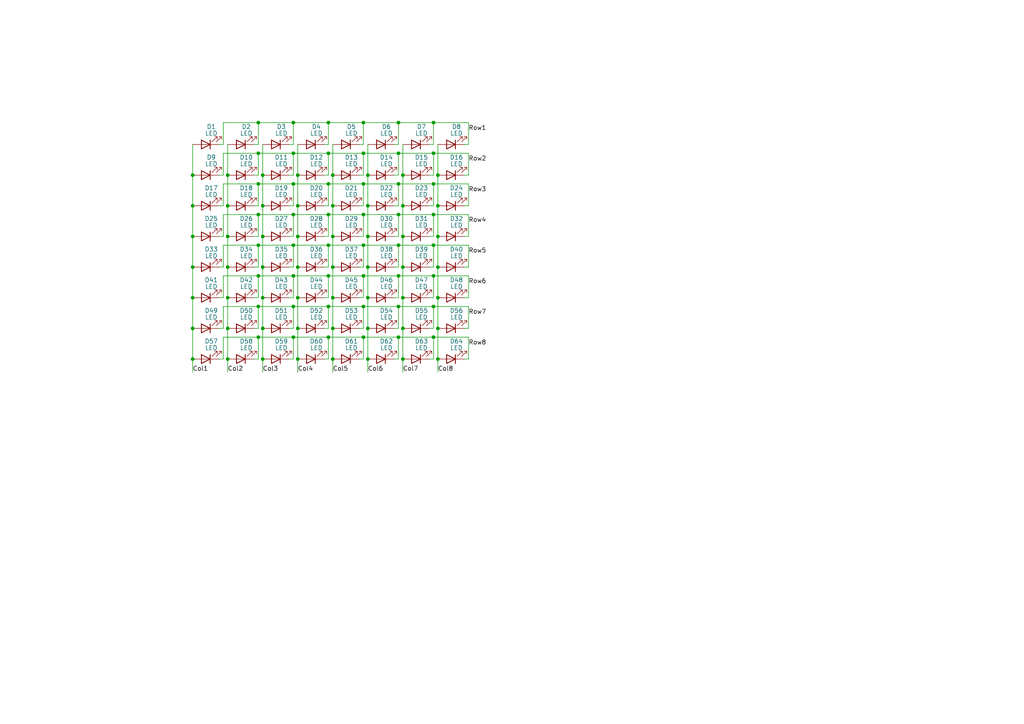
<source format=kicad_sch>
(kicad_sch (version 20231120) (generator "eeschema") (generator_version "8.0")
  (paper "A4")
  (lib_symbols
    (symbol "Device:LED" (pin_numbers hide) (pin_names (offset 1.016) hide)
      (property "Reference" "D" (at 0 2.54 0))
      (property "Value" "LED" (at 0 -2.54 0))
      (symbol "LED_0_1"
        (polyline (pts (xy -1.27 -1.27) (xy -1.27 1.27)) (stroke (width 0.254)))
        (polyline (pts (xy -1.27 0) (xy 1.27 0)))
        (polyline (pts (xy 1.27 -1.27) (xy 1.27 1.27) (xy -1.27 0) (xy 1.27 -1.27)) (stroke (width 0.254)))
        (polyline (pts (xy -3.048 -0.762) (xy -4.572 -2.286) (xy -3.81 -2.286) (xy -4.572 -2.286) (xy -4.572 -1.524)))
        (polyline (pts (xy -1.778 -0.762) (xy -3.302 -2.286) (xy -2.54 -2.286) (xy -3.302 -2.286) (xy -3.302 -1.524)))
      )
      (symbol "LED_1_1"
        (pin passive line (at -3.81 0 0) (length 2.54) (name "K") (number "1"))
        (pin passive line (at 3.81 0 180) (length 2.54) (name "A") (number "2"))
      )
    )
  )
  (junction (at 106.68 50.8))
  (junction (at 96.52 50.8))
  (junction (at 74.93 80.01))
  (junction (at 125.73 88.9))
  (junction (at 96.52 104.14))
  (junction (at 85.09 80.01))
  (junction (at 115.57 35.56))
  (junction (at 116.84 77.47))
  (junction (at 74.93 35.56))
  (junction (at 96.52 77.47))
  (junction (at 127 86.36))
  (junction (at 86.36 50.8))
  (junction (at 95.25 44.45))
  (junction (at 125.73 44.45))
  (junction (at 115.57 88.9))
  (junction (at 86.36 77.47))
  (junction (at 95.25 88.9))
  (junction (at 125.73 35.56))
  (junction (at 86.36 95.25))
  (junction (at 105.41 71.12))
  (junction (at 95.25 71.12))
  (junction (at 116.84 68.58))
  (junction (at 127 104.14))
  (junction (at 96.52 59.69))
  (junction (at 76.2 104.14))
  (junction (at 115.57 62.23))
  (junction (at 85.09 71.12))
  (junction (at 76.2 59.69))
  (junction (at 85.09 35.56))
  (junction (at 115.57 80.01))
  (junction (at 115.57 53.34))
  (junction (at 106.68 77.47))
  (junction (at 66.04 86.36))
  (junction (at 115.57 71.12))
  (junction (at 115.57 97.79))
  (junction (at 127 59.69))
  (junction (at 66.04 77.47))
  (junction (at 105.41 80.01))
  (junction (at 66.04 59.69))
  (junction (at 66.04 68.58))
  (junction (at 76.2 95.25))
  (junction (at 76.2 50.8))
  (junction (at 55.88 95.25))
  (junction (at 116.84 59.69))
  (junction (at 105.41 62.23))
  (junction (at 106.68 68.58))
  (junction (at 116.84 95.25))
  (junction (at 55.88 68.58))
  (junction (at 85.09 97.79))
  (junction (at 74.93 97.79))
  (junction (at 66.04 104.14))
  (junction (at 96.52 95.25))
  (junction (at 86.36 86.36))
  (junction (at 106.68 59.69))
  (junction (at 96.52 86.36))
  (junction (at 86.36 59.69))
  (junction (at 95.25 97.79))
  (junction (at 116.84 86.36))
  (junction (at 105.41 97.79))
  (junction (at 55.88 77.47))
  (junction (at 125.73 97.79))
  (junction (at 86.36 68.58))
  (junction (at 115.57 44.45))
  (junction (at 125.73 53.34))
  (junction (at 125.73 62.23))
  (junction (at 95.25 62.23))
  (junction (at 85.09 44.45))
  (junction (at 74.93 53.34))
  (junction (at 116.84 104.14))
  (junction (at 106.68 86.36))
  (junction (at 95.25 35.56))
  (junction (at 55.88 104.14))
  (junction (at 74.93 88.9))
  (junction (at 106.68 104.14))
  (junction (at 125.73 71.12))
  (junction (at 76.2 68.58))
  (junction (at 66.04 95.25))
  (junction (at 127 50.8))
  (junction (at 55.88 59.69))
  (junction (at 85.09 62.23))
  (junction (at 106.68 95.25))
  (junction (at 127 68.58))
  (junction (at 55.88 50.8))
  (junction (at 76.2 77.47))
  (junction (at 95.25 80.01))
  (junction (at 86.36 104.14))
  (junction (at 105.41 53.34))
  (junction (at 74.93 62.23))
  (junction (at 95.25 53.34))
  (junction (at 125.73 80.01))
  (junction (at 127 95.25))
  (junction (at 74.93 44.45))
  (junction (at 74.93 71.12))
  (junction (at 96.52 68.58))
  (junction (at 85.09 53.34))
  (junction (at 66.04 50.8))
  (junction (at 105.41 35.56))
  (junction (at 55.88 86.36))
  (junction (at 105.41 44.45))
  (junction (at 85.09 88.9))
  (junction (at 116.84 50.8))
  (junction (at 76.2 86.36))
  (junction (at 127 77.47))
  (junction (at 105.41 88.9))
  (wire (pts (xy 86.36 68.58) (xy 86.36 77.47)))
  (wire (pts (xy 127 68.58) (xy 127 77.47)))
  (wire (pts (xy 64.77 44.45) (xy 74.93 44.45)))
  (wire (pts (xy 115.57 41.91) (xy 114.3 41.91)))
  (wire (pts (xy 95.25 97.79) (xy 95.25 104.14)))
  (wire (pts (xy 105.41 41.91) (xy 104.14 41.91)))
  (wire (pts (xy 55.88 95.25) (xy 55.88 104.14)))
  (wire (pts (xy 66.04 86.36) (xy 66.04 95.25)))
  (wire (pts (xy 115.57 68.58) (xy 114.3 68.58)))
  (wire (pts (xy 96.52 86.36) (xy 96.52 95.25)))
  (wire (pts (xy 74.93 80.01) (xy 74.93 86.36)))
  (wire (pts (xy 106.68 59.69) (xy 106.68 68.58)))
  (wire (pts (xy 115.57 71.12) (xy 125.73 71.12)))
  (wire (pts (xy 85.09 62.23) (xy 95.25 62.23)))
  (wire (pts (xy 134.62 86.36) (xy 135.89 86.36)))
  (wire (pts (xy 64.77 68.58) (xy 64.77 62.23)))
  (wire (pts (xy 105.41 97.79) (xy 105.41 104.14)))
  (wire (pts (xy 105.41 104.14) (xy 104.14 104.14)))
  (wire (pts (xy 105.41 50.8) (xy 104.14 50.8)))
  (wire (pts (xy 55.88 104.14) (xy 55.88 107.95)))
  (wire (pts (xy 115.57 97.79) (xy 125.73 97.79)))
  (wire (pts (xy 74.93 53.34) (xy 74.93 59.69)))
  (wire (pts (xy 105.41 77.47) (xy 104.14 77.47)))
  (wire (pts (xy 105.41 59.69) (xy 104.14 59.69)))
  (wire (pts (xy 135.89 80.01) (xy 135.89 86.36)))
  (wire (pts (xy 86.36 59.69) (xy 86.36 68.58)))
  (wire (pts (xy 74.93 62.23) (xy 85.09 62.23)))
  (wire (pts (xy 86.36 86.36) (xy 86.36 95.25)))
  (wire (pts (xy 95.25 41.91) (xy 93.98 41.91)))
  (wire (pts (xy 63.5 59.69) (xy 64.77 59.69)))
  (wire (pts (xy 66.04 68.58) (xy 66.04 77.47)))
  (wire (pts (xy 66.04 104.14) (xy 66.04 107.95)))
  (wire (pts (xy 115.57 35.56) (xy 125.73 35.56)))
  (wire (pts (xy 96.52 50.8) (xy 96.52 59.69)))
  (wire (pts (xy 115.57 71.12) (xy 115.57 77.47)))
  (wire (pts (xy 105.41 44.45) (xy 115.57 44.45)))
  (wire (pts (xy 105.41 35.56) (xy 105.41 41.91)))
  (wire (pts (xy 125.73 88.9) (xy 135.89 88.9)))
  (wire (pts (xy 105.41 53.34) (xy 115.57 53.34)))
  (wire (pts (xy 125.73 77.47) (xy 124.46 77.47)))
  (wire (pts (xy 86.36 104.14) (xy 86.36 107.95)))
  (wire (pts (xy 115.57 62.23) (xy 125.73 62.23)))
  (wire (pts (xy 95.25 80.01) (xy 95.25 86.36)))
  (wire (pts (xy 115.57 44.45) (xy 115.57 50.8)))
  (wire (pts (xy 85.09 59.69) (xy 83.82 59.69)))
  (wire (pts (xy 76.2 41.91) (xy 76.2 50.8)))
  (wire (pts (xy 116.84 77.47) (xy 116.84 86.36)))
  (wire (pts (xy 125.73 104.14) (xy 124.46 104.14)))
  (wire (pts (xy 96.52 68.58) (xy 96.52 77.47)))
  (wire (pts (xy 64.77 59.69) (xy 64.77 53.34)))
  (wire (pts (xy 116.84 95.25) (xy 116.84 104.14)))
  (wire (pts (xy 74.93 53.34) (xy 85.09 53.34)))
  (wire (pts (xy 106.68 68.58) (xy 106.68 77.47)))
  (wire (pts (xy 115.57 88.9) (xy 115.57 95.25)))
  (wire (pts (xy 106.68 104.14) (xy 106.68 107.95)))
  (wire (pts (xy 116.84 41.91) (xy 116.84 50.8)))
  (wire (pts (xy 125.73 62.23) (xy 125.73 68.58)))
  (wire (pts (xy 95.25 50.8) (xy 93.98 50.8)))
  (wire (pts (xy 96.52 95.25) (xy 96.52 104.14)))
  (wire (pts (xy 85.09 41.91) (xy 83.82 41.91)))
  (wire (pts (xy 125.73 71.12) (xy 125.73 77.47)))
  (wire (pts (xy 73.66 86.36) (xy 74.93 86.36)))
  (wire (pts (xy 125.73 41.91) (xy 124.46 41.91)))
  (wire (pts (xy 76.2 59.69) (xy 76.2 68.58)))
  (wire (pts (xy 73.66 104.14) (xy 74.93 104.14)))
  (wire (pts (xy 85.09 35.56) (xy 95.25 35.56)))
  (wire (pts (xy 95.25 80.01) (xy 105.41 80.01)))
  (wire (pts (xy 85.09 97.79) (xy 85.09 104.14)))
  (wire (pts (xy 85.09 88.9) (xy 95.25 88.9)))
  (wire (pts (xy 64.77 86.36) (xy 64.77 80.01)))
  (wire (pts (xy 85.09 50.8) (xy 83.82 50.8)))
  (wire (pts (xy 105.41 53.34) (xy 105.41 59.69)))
  (wire (pts (xy 95.25 71.12) (xy 105.41 71.12)))
  (wire (pts (xy 105.41 95.25) (xy 104.14 95.25)))
  (wire (pts (xy 135.89 88.9) (xy 135.89 95.25)))
  (wire (pts (xy 55.88 86.36) (xy 55.88 95.25)))
  (wire (pts (xy 95.25 53.34) (xy 95.25 59.69)))
  (wire (pts (xy 85.09 62.23) (xy 85.09 68.58)))
  (wire (pts (xy 85.09 86.36) (xy 83.82 86.36)))
  (wire (pts (xy 115.57 80.01) (xy 125.73 80.01)))
  (wire (pts (xy 96.52 77.47) (xy 96.52 86.36)))
  (wire (pts (xy 105.41 71.12) (xy 105.41 77.47)))
  (wire (pts (xy 134.62 50.8) (xy 135.89 50.8)))
  (wire (pts (xy 127 41.91) (xy 127 50.8)))
  (wire (pts (xy 125.73 68.58) (xy 124.46 68.58)))
  (wire (pts (xy 55.88 59.69) (xy 55.88 68.58)))
  (wire (pts (xy 105.41 88.9) (xy 105.41 95.25)))
  (wire (pts (xy 66.04 50.8) (xy 66.04 59.69)))
  (wire (pts (xy 76.2 50.8) (xy 76.2 59.69)))
  (wire (pts (xy 95.25 35.56) (xy 95.25 41.91)))
  (wire (pts (xy 74.93 44.45) (xy 85.09 44.45)))
  (wire (pts (xy 135.89 53.34) (xy 135.89 59.69)))
  (wire (pts (xy 95.25 97.79) (xy 105.41 97.79)))
  (wire (pts (xy 105.41 35.56) (xy 115.57 35.56)))
  (wire (pts (xy 85.09 77.47) (xy 83.82 77.47)))
  (wire (pts (xy 74.93 71.12) (xy 85.09 71.12)))
  (wire (pts (xy 105.41 86.36) (xy 104.14 86.36)))
  (wire (pts (xy 125.73 88.9) (xy 125.73 95.25)))
  (wire (pts (xy 96.52 104.14) (xy 96.52 107.95)))
  (wire (pts (xy 74.93 88.9) (xy 85.09 88.9)))
  (wire (pts (xy 135.89 62.23) (xy 135.89 68.58)))
  (wire (pts (xy 105.41 80.01) (xy 115.57 80.01)))
  (wire (pts (xy 115.57 50.8) (xy 114.3 50.8)))
  (wire (pts (xy 85.09 53.34) (xy 85.09 59.69)))
  (wire (pts (xy 125.73 44.45) (xy 125.73 50.8)))
  (wire (pts (xy 115.57 77.47) (xy 114.3 77.47)))
  (wire (pts (xy 127 59.69) (xy 127 68.58)))
  (wire (pts (xy 116.84 59.69) (xy 116.84 68.58)))
  (wire (pts (xy 76.2 86.36) (xy 76.2 95.25)))
  (wire (pts (xy 116.84 50.8) (xy 116.84 59.69)))
  (wire (pts (xy 76.2 104.14) (xy 76.2 107.95)))
  (wire (pts (xy 85.09 53.34) (xy 95.25 53.34)))
  (wire (pts (xy 95.25 62.23) (xy 95.25 68.58)))
  (wire (pts (xy 134.62 41.91) (xy 135.89 41.91)))
  (wire (pts (xy 135.89 44.45) (xy 135.89 50.8)))
  (wire (pts (xy 134.62 77.47) (xy 135.89 77.47)))
  (wire (pts (xy 134.62 104.14) (xy 135.89 104.14)))
  (wire (pts (xy 63.5 86.36) (xy 64.77 86.36)))
  (wire (pts (xy 106.68 50.8) (xy 106.68 59.69)))
  (wire (pts (xy 105.41 62.23) (xy 115.57 62.23)))
  (wire (pts (xy 127 77.47) (xy 127 86.36)))
  (wire (pts (xy 115.57 97.79) (xy 115.57 104.14)))
  (wire (pts (xy 106.68 77.47) (xy 106.68 86.36)))
  (wire (pts (xy 127 104.14) (xy 127 107.95)))
  (wire (pts (xy 105.41 62.23) (xy 105.41 68.58)))
  (wire (pts (xy 115.57 80.01) (xy 115.57 86.36)))
  (wire (pts (xy 64.77 50.8) (xy 64.77 44.45)))
  (wire (pts (xy 85.09 97.79) (xy 95.25 97.79)))
  (wire (pts (xy 63.5 77.47) (xy 64.77 77.47)))
  (wire (pts (xy 64.77 88.9) (xy 74.93 88.9)))
  (wire (pts (xy 95.25 59.69) (xy 93.98 59.69)))
  (wire (pts (xy 63.5 104.14) (xy 64.77 104.14)))
  (wire (pts (xy 125.73 50.8) (xy 124.46 50.8)))
  (wire (pts (xy 95.25 77.47) (xy 93.98 77.47)))
  (wire (pts (xy 66.04 59.69) (xy 66.04 68.58)))
  (wire (pts (xy 115.57 44.45) (xy 125.73 44.45)))
  (wire (pts (xy 76.2 95.25) (xy 76.2 104.14)))
  (wire (pts (xy 125.73 71.12) (xy 135.89 71.12)))
  (wire (pts (xy 86.36 50.8) (xy 86.36 59.69)))
  (wire (pts (xy 116.84 86.36) (xy 116.84 95.25)))
  (wire (pts (xy 74.93 35.56) (xy 74.93 41.91)))
  (wire (pts (xy 106.68 41.91) (xy 106.68 50.8)))
  (wire (pts (xy 115.57 59.69) (xy 114.3 59.69)))
  (wire (pts (xy 125.73 59.69) (xy 124.46 59.69)))
  (wire (pts (xy 63.5 95.25) (xy 64.77 95.25)))
  (wire (pts (xy 63.5 50.8) (xy 64.77 50.8)))
  (wire (pts (xy 74.93 97.79) (xy 85.09 97.79)))
  (wire (pts (xy 115.57 95.25) (xy 114.3 95.25)))
  (wire (pts (xy 55.88 77.47) (xy 55.88 86.36)))
  (wire (pts (xy 127 50.8) (xy 127 59.69)))
  (wire (pts (xy 125.73 80.01) (xy 125.73 86.36)))
  (wire (pts (xy 125.73 44.45) (xy 135.89 44.45)))
  (wire (pts (xy 73.66 50.8) (xy 74.93 50.8)))
  (wire (pts (xy 95.25 35.56) (xy 105.41 35.56)))
  (wire (pts (xy 127 95.25) (xy 127 104.14)))
  (wire (pts (xy 134.62 59.69) (xy 135.89 59.69)))
  (wire (pts (xy 66.04 95.25) (xy 66.04 104.14)))
  (wire (pts (xy 64.77 53.34) (xy 74.93 53.34)))
  (wire (pts (xy 86.36 41.91) (xy 86.36 50.8)))
  (wire (pts (xy 96.52 41.91) (xy 96.52 50.8)))
  (wire (pts (xy 76.2 68.58) (xy 76.2 77.47)))
  (wire (pts (xy 85.09 80.01) (xy 95.25 80.01)))
  (wire (pts (xy 115.57 35.56) (xy 115.57 41.91)))
  (wire (pts (xy 74.93 88.9) (xy 74.93 95.25)))
  (wire (pts (xy 63.5 68.58) (xy 64.77 68.58)))
  (wire (pts (xy 95.25 104.14) (xy 93.98 104.14)))
  (wire (pts (xy 135.89 97.79) (xy 135.89 104.14)))
  (wire (pts (xy 135.89 35.56) (xy 135.89 41.91)))
  (wire (pts (xy 64.77 97.79) (xy 74.93 97.79)))
  (wire (pts (xy 125.73 35.56) (xy 135.89 35.56)))
  (wire (pts (xy 105.41 44.45) (xy 105.41 50.8)))
  (wire (pts (xy 125.73 97.79) (xy 135.89 97.79)))
  (wire (pts (xy 86.36 95.25) (xy 86.36 104.14)))
  (wire (pts (xy 125.73 62.23) (xy 135.89 62.23)))
  (wire (pts (xy 125.73 53.34) (xy 125.73 59.69)))
  (wire (pts (xy 106.68 95.25) (xy 106.68 104.14)))
  (wire (pts (xy 55.88 41.91) (xy 55.88 50.8)))
  (wire (pts (xy 74.93 35.56) (xy 85.09 35.56)))
  (wire (pts (xy 127 86.36) (xy 127 95.25)))
  (wire (pts (xy 64.77 35.56) (xy 74.93 35.56)))
  (wire (pts (xy 96.52 59.69) (xy 96.52 68.58)))
  (wire (pts (xy 64.77 71.12) (xy 74.93 71.12)))
  (wire (pts (xy 95.25 95.25) (xy 93.98 95.25)))
  (wire (pts (xy 73.66 59.69) (xy 74.93 59.69)))
  (wire (pts (xy 85.09 71.12) (xy 85.09 77.47)))
  (wire (pts (xy 85.09 104.14) (xy 83.82 104.14)))
  (wire (pts (xy 76.2 77.47) (xy 76.2 86.36)))
  (wire (pts (xy 134.62 68.58) (xy 135.89 68.58)))
  (wire (pts (xy 105.41 88.9) (xy 115.57 88.9)))
  (wire (pts (xy 125.73 95.25) (xy 124.46 95.25)))
  (wire (pts (xy 64.77 95.25) (xy 64.77 88.9)))
  (wire (pts (xy 116.84 68.58) (xy 116.84 77.47)))
  (wire (pts (xy 66.04 41.91) (xy 66.04 50.8)))
  (wire (pts (xy 115.57 104.14) (xy 114.3 104.14)))
  (wire (pts (xy 106.68 86.36) (xy 106.68 95.25)))
  (wire (pts (xy 85.09 80.01) (xy 85.09 86.36)))
  (wire (pts (xy 95.25 86.36) (xy 93.98 86.36)))
  (wire (pts (xy 74.93 62.23) (xy 74.93 68.58)))
  (wire (pts (xy 85.09 88.9) (xy 85.09 95.25)))
  (wire (pts (xy 105.41 68.58) (xy 104.14 68.58)))
  (wire (pts (xy 55.88 68.58) (xy 55.88 77.47)))
  (wire (pts (xy 73.66 95.25) (xy 74.93 95.25)))
  (wire (pts (xy 64.77 41.91) (xy 64.77 35.56)))
  (wire (pts (xy 115.57 88.9) (xy 125.73 88.9)))
  (wire (pts (xy 64.77 77.47) (xy 64.77 71.12)))
  (wire (pts (xy 73.66 77.47) (xy 74.93 77.47)))
  (wire (pts (xy 125.73 80.01) (xy 135.89 80.01)))
  (wire (pts (xy 125.73 35.56) (xy 125.73 41.91)))
  (wire (pts (xy 125.73 86.36) (xy 124.46 86.36)))
  (wire (pts (xy 64.77 62.23) (xy 74.93 62.23)))
  (wire (pts (xy 64.77 80.01) (xy 74.93 80.01)))
  (wire (pts (xy 105.41 71.12) (xy 115.57 71.12)))
  (wire (pts (xy 85.09 71.12) (xy 95.25 71.12)))
  (wire (pts (xy 95.25 68.58) (xy 93.98 68.58)))
  (wire (pts (xy 63.5 41.91) (xy 64.77 41.91)))
  (wire (pts (xy 95.25 71.12) (xy 95.25 77.47)))
  (wire (pts (xy 85.09 68.58) (xy 83.82 68.58)))
  (wire (pts (xy 105.41 97.79) (xy 115.57 97.79)))
  (wire (pts (xy 74.93 97.79) (xy 74.93 104.14)))
  (wire (pts (xy 73.66 68.58) (xy 74.93 68.58)))
  (wire (pts (xy 66.04 77.47) (xy 66.04 86.36)))
  (wire (pts (xy 95.25 44.45) (xy 105.41 44.45)))
  (wire (pts (xy 74.93 80.01) (xy 85.09 80.01)))
  (wire (pts (xy 85.09 44.45) (xy 95.25 44.45)))
  (wire (pts (xy 64.77 104.14) (xy 64.77 97.79)))
  (wire (pts (xy 95.25 88.9) (xy 105.41 88.9)))
  (wire (pts (xy 74.93 44.45) (xy 74.93 50.8)))
  (wire (pts (xy 85.09 95.25) (xy 83.82 95.25)))
  (wire (pts (xy 95.25 44.45) (xy 95.25 50.8)))
  (wire (pts (xy 95.25 62.23) (xy 105.41 62.23)))
  (wire (pts (xy 125.73 53.34) (xy 135.89 53.34)))
  (wire (pts (xy 115.57 62.23) (xy 115.57 68.58)))
  (wire (pts (xy 55.88 50.8) (xy 55.88 59.69)))
  (wire (pts (xy 135.89 71.12) (xy 135.89 77.47)))
  (wire (pts (xy 134.62 95.25) (xy 135.89 95.25)))
  (wire (pts (xy 116.84 104.14) (xy 116.84 107.95)))
  (wire (pts (xy 73.66 41.91) (xy 74.93 41.91)))
  (wire (pts (xy 74.93 71.12) (xy 74.93 77.47)))
  (wire (pts (xy 86.36 77.47) (xy 86.36 86.36)))
  (wire (pts (xy 95.25 88.9) (xy 95.25 95.25)))
  (wire (pts (xy 115.57 53.34) (xy 115.57 59.69)))
  (wire (pts (xy 125.73 97.79) (xy 125.73 104.14)))
  (wire (pts (xy 85.09 35.56) (xy 85.09 41.91)))
  (wire (pts (xy 105.41 80.01) (xy 105.41 86.36)))
  (wire (pts (xy 85.09 44.45) (xy 85.09 50.8)))
  (wire (pts (xy 115.57 86.36) (xy 114.3 86.36)))
  (wire (pts (xy 115.57 53.34) (xy 125.73 53.34)))
  (wire (pts (xy 95.25 53.34) (xy 105.41 53.34)))
  (label "Row5" (at 135.89 73.66 0))
  (label "Row8" (at 135.89 100.33 0))
  (label "Col5" (at 96.52 107.95 0))
  (label "Col4" (at 86.36 107.95 0))
  (label "Col2" (at 66.04 107.95 0))
  (label "Col3" (at 76.2 107.95 0))
  (label "Row4" (at 135.89 64.77 0))
  (label "Row1" (at 135.89 38.1 0))
  (label "Row7" (at 135.89 91.44 0))
  (label "Col7" (at 116.84 107.95 0))
  (label "Col1" (at 55.88 107.95 0))
  (label "Col6" (at 106.68 107.95 0))
  (label "Col8" (at 127 107.95 0))
  (label "Row6" (at 135.89 82.55 0))
  (label "Row2" (at 135.89 46.99 0))
  (label "Row3" (at 135.89 55.88 0))
  (symbol (lib_id "Device:LED") (at 120.65 86.36 180) (unit 1)
    (property "Reference" "D47" (at 122.2375 81.1911 0))
    (property "Value" "LED" (at 122.2375 83.1121 0))
    (property "Footprint" "Custom footprints:LED_APG0603SEC-E-TT_KNB - with via" (effects (hide yes)))
    (property "Datasheet" "https://www.mouser.com/datasheet/2/216/APG0603SEC_E_TT-953258.pdf" (effects (hide yes)))
    (property "Manufacturer" "Kingbright " (effects (hide yes)))
    (property "Part" "APG0603SEC-E-TT " (effects (hide yes)))
  )
  (symbol (lib_id "Device:LED") (at 120.65 68.58 180) (unit 1)
    (property "Reference" "D31" (at 122.2375 63.4111 0))
    (property "Value" "LED" (at 122.2375 65.3321 0))
    (property "Footprint" "Custom footprints:LED_APG0603SEC-E-TT_KNB - with via" (effects (hide yes)))
    (property "Datasheet" "https://www.mouser.com/datasheet/2/216/APG0603SEC_E_TT-953258.pdf" (effects (hide yes)))
    (property "Manufacturer" "Kingbright " (effects (hide yes)))
    (property "Part" "APG0603SEC-E-TT " (effects (hide yes)))
  )
  (symbol (lib_id "Device:LED") (at 100.33 86.36 180) (unit 1)
    (property "Reference" "D45" (at 101.9175 81.1911 0))
    (property "Value" "LED" (at 101.9175 83.1121 0))
    (property "Footprint" "Custom footprints:LED_APG0603SEC-E-TT_KNB - with via" (effects (hide yes)))
    (property "Datasheet" "https://www.mouser.com/datasheet/2/216/APG0603SEC_E_TT-953258.pdf" (effects (hide yes)))
    (property "Manufacturer" "Kingbright " (effects (hide yes)))
    (property "Part" "APG0603SEC-E-TT " (effects (hide yes)))
  )
  (symbol (lib_id "Device:LED") (at 100.33 77.47 180) (unit 1)
    (property "Reference" "D37" (at 101.9175 72.3011 0))
    (property "Value" "LED" (at 101.9175 74.2221 0))
    (property "Footprint" "Custom footprints:LED_APG0603SEC-E-TT_KNB - with via" (effects (hide yes)))
    (property "Datasheet" "https://www.mouser.com/datasheet/2/216/APG0603SEC_E_TT-953258.pdf" (effects (hide yes)))
    (property "Manufacturer" "Kingbright " (effects (hide yes)))
    (property "Part" "APG0603SEC-E-TT " (effects (hide yes)))
  )
  (symbol (lib_id "Device:LED") (at 100.33 50.8 180) (unit 1)
    (property "Reference" "D13" (at 101.9175 45.6311 0))
    (property "Value" "LED" (at 101.9175 47.5521 0))
    (property "Footprint" "Custom footprints:LED_APG0603SEC-E-TT_KNB - with via" (effects (hide yes)))
    (property "Datasheet" "https://www.mouser.com/datasheet/2/216/APG0603SEC_E_TT-953258.pdf" (effects (hide yes)))
    (property "Manufacturer" "Kingbright " (effects (hide yes)))
    (property "Part" "APG0603SEC-E-TT " (effects (hide yes)))
  )
  (symbol (lib_id "Device:LED") (at 130.81 104.14 180) (unit 1)
    (property "Reference" "D64" (at 132.3975 98.9711 0))
    (property "Value" "LED" (at 132.3975 100.8921 0))
    (property "Footprint" "Custom footprints:LED_APG0603SEC-E-TT_KNB - with via" (effects (hide yes)))
    (property "Datasheet" "https://www.mouser.com/datasheet/2/216/APG0603SEC_E_TT-953258.pdf" (effects (hide yes)))
    (property "Manufacturer" "Kingbright " (effects (hide yes)))
    (property "Part" "APG0603SEC-E-TT " (effects (hide yes)))
  )
  (symbol (lib_id "Device:LED") (at 59.69 77.47 180) (unit 1)
    (property "Reference" "D33" (at 61.2775 72.3011 0))
    (property "Value" "LED" (at 61.2775 74.2221 0))
    (property "Footprint" "Custom footprints:LED_APG0603SEC-E-TT_KNB - with via" (effects (hide yes)))
    (property "Datasheet" "https://www.mouser.com/datasheet/2/216/APG0603SEC_E_TT-953258.pdf" (effects (hide yes)))
    (property "Manufacturer" "Kingbright " (effects (hide yes)))
    (property "Part" "APG0603SEC-E-TT " (effects (hide yes)))
  )
  (symbol (lib_id "Device:LED") (at 110.49 59.69 180) (unit 1)
    (property "Reference" "D22" (at 112.0775 54.5211 0))
    (property "Value" "LED" (at 112.0775 56.4421 0))
    (property "Footprint" "Custom footprints:LED_APG0603SEC-E-TT_KNB - with via" (effects (hide yes)))
    (property "Datasheet" "https://www.mouser.com/datasheet/2/216/APG0603SEC_E_TT-953258.pdf" (effects (hide yes)))
    (property "Manufacturer" "Kingbright " (effects (hide yes)))
    (property "Part" "APG0603SEC-E-TT " (effects (hide yes)))
  )
  (symbol (lib_id "Device:LED") (at 110.49 68.58 180) (unit 1)
    (property "Reference" "D30" (at 112.0775 63.4111 0))
    (property "Value" "LED" (at 112.0775 65.3321 0))
    (property "Footprint" "Custom footprints:LED_APG0603SEC-E-TT_KNB - with via" (effects (hide yes)))
    (property "Datasheet" "https://www.mouser.com/datasheet/2/216/APG0603SEC_E_TT-953258.pdf" (effects (hide yes)))
    (property "Manufacturer" "Kingbright " (effects (hide yes)))
    (property "Part" "APG0603SEC-E-TT " (effects (hide yes)))
  )
  (symbol (lib_id "Device:LED") (at 120.65 41.91 180) (unit 1)
    (property "Reference" "D7" (at 122.2375 36.7411 0))
    (property "Value" "LED" (at 122.2375 38.6621 0))
    (property "Footprint" "Custom footprints:LED_APG0603SEC-E-TT_KNB - with via" (effects (hide yes)))
    (property "Datasheet" "https://www.mouser.com/datasheet/2/216/APG0603SEC_E_TT-953258.pdf" (effects (hide yes)))
    (property "Manufacturer" "Kingbright " (effects (hide yes)))
    (property "Part" "APG0603SEC-E-TT " (effects (hide yes)))
  )
  (symbol (lib_id "Device:LED") (at 110.49 41.91 180) (unit 1)
    (property "Reference" "D6" (at 112.0775 36.7411 0))
    (property "Value" "LED" (at 112.0775 38.6621 0))
    (property "Footprint" "Custom footprints:LED_APG0603SEC-E-TT_KNB - with via" (effects (hide yes)))
    (property "Datasheet" "https://www.mouser.com/datasheet/2/216/APG0603SEC_E_TT-953258.pdf" (effects (hide yes)))
    (property "Manufacturer" "Kingbright " (effects (hide yes)))
    (property "Part" "APG0603SEC-E-TT " (effects (hide yes)))
  )
  (symbol (lib_id "Device:LED") (at 69.85 68.58 180) (unit 1)
    (property "Reference" "D26" (at 71.4375 63.4111 0))
    (property "Value" "LED" (at 71.4375 65.3321 0))
    (property "Footprint" "Custom footprints:LED_APG0603SEC-E-TT_KNB - with via" (effects (hide yes)))
    (property "Datasheet" "https://www.mouser.com/datasheet/2/216/APG0603SEC_E_TT-953258.pdf" (effects (hide yes)))
    (property "Manufacturer" "Kingbright " (effects (hide yes)))
    (property "Part" "APG0603SEC-E-TT " (effects (hide yes)))
  )
  (symbol (lib_id "Device:LED") (at 90.17 86.36 180) (unit 1)
    (property "Reference" "D44" (at 91.7575 81.1911 0))
    (property "Value" "LED" (at 91.7575 83.1121 0))
    (property "Footprint" "Custom footprints:LED_APG0603SEC-E-TT_KNB - with via" (effects (hide yes)))
    (property "Datasheet" "https://www.mouser.com/datasheet/2/216/APG0603SEC_E_TT-953258.pdf" (effects (hide yes)))
    (property "Manufacturer" "Kingbright " (effects (hide yes)))
    (property "Part" "APG0603SEC-E-TT " (effects (hide yes)))
  )
  (symbol (lib_id "Device:LED") (at 110.49 86.36 180) (unit 1)
    (property "Reference" "D46" (at 112.0775 81.1911 0))
    (property "Value" "LED" (at 112.0775 83.1121 0))
    (property "Footprint" "Custom footprints:LED_APG0603SEC-E-TT_KNB - with via" (effects (hide yes)))
    (property "Datasheet" "https://www.mouser.com/datasheet/2/216/APG0603SEC_E_TT-953258.pdf" (effects (hide yes)))
    (property "Manufacturer" "Kingbright " (effects (hide yes)))
    (property "Part" "APG0603SEC-E-TT " (effects (hide yes)))
  )
  (symbol (lib_id "Device:LED") (at 100.33 59.69 180) (unit 1)
    (property "Reference" "D21" (at 101.9175 54.5211 0))
    (property "Value" "LED" (at 101.9175 56.4421 0))
    (property "Footprint" "Custom footprints:LED_APG0603SEC-E-TT_KNB - with via" (effects (hide yes)))
    (property "Datasheet" "https://www.mouser.com/datasheet/2/216/APG0603SEC_E_TT-953258.pdf" (effects (hide yes)))
    (property "Manufacturer" "Kingbright " (effects (hide yes)))
    (property "Part" "APG0603SEC-E-TT " (effects (hide yes)))
  )
  (symbol (lib_id "Device:LED") (at 69.85 86.36 180) (unit 1)
    (property "Reference" "D42" (at 71.4375 81.1911 0))
    (property "Value" "LED" (at 71.4375 83.1121 0))
    (property "Footprint" "Custom footprints:LED_APG0603SEC-E-TT_KNB - with via" (effects (hide yes)))
    (property "Datasheet" "https://www.mouser.com/datasheet/2/216/APG0603SEC_E_TT-953258.pdf" (effects (hide yes)))
    (property "Manufacturer" "Kingbright " (effects (hide yes)))
    (property "Part" "APG0603SEC-E-TT " (effects (hide yes)))
  )
  (symbol (lib_id "Device:LED") (at 90.17 104.14 180) (unit 1)
    (property "Reference" "D60" (at 91.7575 98.9711 0))
    (property "Value" "LED" (at 91.7575 100.8921 0))
    (property "Footprint" "Custom footprints:LED_APG0603SEC-E-TT_KNB - with via" (effects (hide yes)))
    (property "Datasheet" "https://www.mouser.com/datasheet/2/216/APG0603SEC_E_TT-953258.pdf" (effects (hide yes)))
    (property "Manufacturer" "Kingbright " (effects (hide yes)))
    (property "Part" "APG0603SEC-E-TT " (effects (hide yes)))
  )
  (symbol (lib_id "Device:LED") (at 59.69 50.8 180) (unit 1)
    (property "Reference" "D9" (at 61.2775 45.6311 0))
    (property "Value" "LED" (at 61.2775 47.5521 0))
    (property "Footprint" "Custom footprints:LED_APG0603SEC-E-TT_KNB - with via" (effects (hide yes)))
    (property "Datasheet" "https://www.mouser.com/datasheet/2/216/APG0603SEC_E_TT-953258.pdf" (effects (hide yes)))
    (property "Manufacturer" "Kingbright " (effects (hide yes)))
    (property "Part" "APG0603SEC-E-TT " (effects (hide yes)))
  )
  (symbol (lib_id "Device:LED") (at 69.85 59.69 180) (unit 1)
    (property "Reference" "D18" (at 71.4375 54.5211 0))
    (property "Value" "LED" (at 71.4375 56.4421 0))
    (property "Footprint" "Custom footprints:LED_APG0603SEC-E-TT_KNB - with via" (effects (hide yes)))
    (property "Datasheet" "https://www.mouser.com/datasheet/2/216/APG0603SEC_E_TT-953258.pdf" (effects (hide yes)))
    (property "Manufacturer" "Kingbright " (effects (hide yes)))
    (property "Part" "APG0603SEC-E-TT " (effects (hide yes)))
  )
  (symbol (lib_id "Device:LED") (at 130.81 68.58 180) (unit 1)
    (property "Reference" "D32" (at 132.3975 63.4111 0))
    (property "Value" "LED" (at 132.3975 65.3321 0))
    (property "Footprint" "Custom footprints:LED_APG0603SEC-E-TT_KNB - with via" (effects (hide yes)))
    (property "Datasheet" "https://www.mouser.com/datasheet/2/216/APG0603SEC_E_TT-953258.pdf" (effects (hide yes)))
    (property "Manufacturer" "Kingbright " (effects (hide yes)))
    (property "Part" "APG0603SEC-E-TT " (effects (hide yes)))
  )
  (symbol (lib_id "Device:LED") (at 110.49 77.47 180) (unit 1)
    (property "Reference" "D38" (at 112.0775 72.3011 0))
    (property "Value" "LED" (at 112.0775 74.2221 0))
    (property "Footprint" "Custom footprints:LED_APG0603SEC-E-TT_KNB - with via" (effects (hide yes)))
    (property "Datasheet" "https://www.mouser.com/datasheet/2/216/APG0603SEC_E_TT-953258.pdf" (effects (hide yes)))
    (property "Manufacturer" "Kingbright " (effects (hide yes)))
    (property "Part" "APG0603SEC-E-TT " (effects (hide yes)))
  )
  (symbol (lib_id "Device:LED") (at 69.85 95.25 180) (unit 1)
    (property "Reference" "D50" (at 71.4375 90.0811 0))
    (property "Value" "LED" (at 71.4375 92.0021 0))
    (property "Footprint" "Custom footprints:LED_APG0603SEC-E-TT_KNB - with via" (effects (hide yes)))
    (property "Datasheet" "https://www.mouser.com/datasheet/2/216/APG0603SEC_E_TT-953258.pdf" (effects (hide yes)))
    (property "Manufacturer" "Kingbright " (effects (hide yes)))
    (property "Part" "APG0603SEC-E-TT " (effects (hide yes)))
  )
  (symbol (lib_id "Device:LED") (at 120.65 50.8 180) (unit 1)
    (property "Reference" "D15" (at 122.2375 45.6311 0))
    (property "Value" "LED" (at 122.2375 47.5521 0))
    (property "Footprint" "Custom footprints:LED_APG0603SEC-E-TT_KNB - with via" (effects (hide yes)))
    (property "Datasheet" "https://www.mouser.com/datasheet/2/216/APG0603SEC_E_TT-953258.pdf" (effects (hide yes)))
    (property "Manufacturer" "Kingbright " (effects (hide yes)))
    (property "Part" "APG0603SEC-E-TT " (effects (hide yes)))
  )
  (symbol (lib_id "Device:LED") (at 80.01 95.25 180) (unit 1)
    (property "Reference" "D51" (at 81.5975 90.0811 0))
    (property "Value" "LED" (at 81.5975 92.0021 0))
    (property "Footprint" "Custom footprints:LED_APG0603SEC-E-TT_KNB - with via" (effects (hide yes)))
    (property "Datasheet" "https://www.mouser.com/datasheet/2/216/APG0603SEC_E_TT-953258.pdf" (effects (hide yes)))
    (property "Manufacturer" "Kingbright " (effects (hide yes)))
    (property "Part" "APG0603SEC-E-TT " (effects (hide yes)))
  )
  (symbol (lib_id "Device:LED") (at 80.01 104.14 180) (unit 1)
    (property "Reference" "D59" (at 81.5975 98.9711 0))
    (property "Value" "LED" (at 81.5975 100.8921 0))
    (property "Footprint" "Custom footprints:LED_APG0603SEC-E-TT_KNB - with via" (effects (hide yes)))
    (property "Datasheet" "https://www.mouser.com/datasheet/2/216/APG0603SEC_E_TT-953258.pdf" (effects (hide yes)))
    (property "Manufacturer" "Kingbright " (effects (hide yes)))
    (property "Part" "APG0603SEC-E-TT " (effects (hide yes)))
  )
  (symbol (lib_id "Device:LED") (at 90.17 50.8 180) (unit 1)
    (property "Reference" "D12" (at 91.7575 45.6311 0))
    (property "Value" "LED" (at 91.7575 47.5521 0))
    (property "Footprint" "Custom footprints:LED_APG0603SEC-E-TT_KNB - with via" (effects (hide yes)))
    (property "Datasheet" "https://www.mouser.com/datasheet/2/216/APG0603SEC_E_TT-953258.pdf" (effects (hide yes)))
    (property "Manufacturer" "Kingbright " (effects (hide yes)))
    (property "Part" "APG0603SEC-E-TT " (effects (hide yes)))
  )
  (symbol (lib_id "Device:LED") (at 59.69 95.25 180) (unit 1)
    (property "Reference" "D49" (at 61.2775 90.0811 0))
    (property "Value" "LED" (at 61.2775 92.0021 0))
    (property "Footprint" "Custom footprints:LED_APG0603SEC-E-TT_KNB - with via" (effects (hide yes)))
    (property "Datasheet" "https://www.mouser.com/datasheet/2/216/APG0603SEC_E_TT-953258.pdf" (effects (hide yes)))
    (property "Manufacturer" "Kingbright " (effects (hide yes)))
    (property "Part" "APG0603SEC-E-TT " (effects (hide yes)))
  )
  (symbol (lib_id "Device:LED") (at 100.33 95.25 180) (unit 1)
    (property "Reference" "D53" (at 101.9175 90.0811 0))
    (property "Value" "LED" (at 101.9175 92.0021 0))
    (property "Footprint" "Custom footprints:LED_APG0603SEC-E-TT_KNB - with via" (effects (hide yes)))
    (property "Datasheet" "https://www.mouser.com/datasheet/2/216/APG0603SEC_E_TT-953258.pdf" (effects (hide yes)))
    (property "Manufacturer" "Kingbright " (effects (hide yes)))
    (property "Part" "APG0603SEC-E-TT " (effects (hide yes)))
  )
  (symbol (lib_id "Device:LED") (at 100.33 68.58 180) (unit 1)
    (property "Reference" "D29" (at 101.9175 63.4111 0))
    (property "Value" "LED" (at 101.9175 65.3321 0))
    (property "Footprint" "Custom footprints:LED_APG0603SEC-E-TT_KNB - with via" (effects (hide yes)))
    (property "Datasheet" "https://www.mouser.com/datasheet/2/216/APG0603SEC_E_TT-953258.pdf" (effects (hide yes)))
    (property "Manufacturer" "Kingbright " (effects (hide yes)))
    (property "Part" "APG0603SEC-E-TT " (effects (hide yes)))
  )
  (symbol (lib_id "Device:LED") (at 59.69 41.91 180) (unit 1)
    (property "Reference" "D1" (at 61.2775 36.7411 0))
    (property "Value" "LED" (at 61.2775 38.6621 0))
    (property "Footprint" "Custom footprints:LED_APG0603SEC-E-TT_KNB - with via" (effects (hide yes)))
    (property "Datasheet" "https://www.mouser.com/datasheet/2/216/APG0603SEC_E_TT-953258.pdf" (effects (hide yes)))
    (property "Manufacturer" "Kingbright " (effects (hide yes)))
    (property "Part" "APG0603SEC-E-TT " (effects (hide yes)))
  )
  (symbol (lib_id "Device:LED") (at 59.69 68.58 180) (unit 1)
    (property "Reference" "D25" (at 61.2775 63.4111 0))
    (property "Value" "LED" (at 61.2775 65.3321 0))
    (property "Footprint" "Custom footprints:LED_APG0603SEC-E-TT_KNB - with via" (effects (hide yes)))
    (property "Datasheet" "https://www.mouser.com/datasheet/2/216/APG0603SEC_E_TT-953258.pdf" (effects (hide yes)))
    (property "Manufacturer" "Kingbright " (effects (hide yes)))
    (property "Part" "APG0603SEC-E-TT " (effects (hide yes)))
  )
  (symbol (lib_id "Device:LED") (at 110.49 95.25 180) (unit 1)
    (property "Reference" "D54" (at 112.0775 90.0811 0))
    (property "Value" "LED" (at 112.0775 92.0021 0))
    (property "Footprint" "Custom footprints:LED_APG0603SEC-E-TT_KNB - with via" (effects (hide yes)))
    (property "Datasheet" "https://www.mouser.com/datasheet/2/216/APG0603SEC_E_TT-953258.pdf" (effects (hide yes)))
    (property "Manufacturer" "Kingbright " (effects (hide yes)))
    (property "Part" "APG0603SEC-E-TT " (effects (hide yes)))
  )
  (symbol (lib_id "Device:LED") (at 130.81 86.36 180) (unit 1)
    (property "Reference" "D48" (at 132.3975 81.1911 0))
    (property "Value" "LED" (at 132.3975 83.1121 0))
    (property "Footprint" "Custom footprints:LED_APG0603SEC-E-TT_KNB - with via" (effects (hide yes)))
    (property "Datasheet" "https://www.mouser.com/datasheet/2/216/APG0603SEC_E_TT-953258.pdf" (effects (hide yes)))
    (property "Manufacturer" "Kingbright " (effects (hide yes)))
    (property "Part" "APG0603SEC-E-TT " (effects (hide yes)))
  )
  (symbol (lib_id "Device:LED") (at 120.65 59.69 180) (unit 1)
    (property "Reference" "D23" (at 122.2375 54.5211 0))
    (property "Value" "LED" (at 122.2375 56.4421 0))
    (property "Footprint" "Custom footprints:LED_APG0603SEC-E-TT_KNB - with via" (effects (hide yes)))
    (property "Datasheet" "https://www.mouser.com/datasheet/2/216/APG0603SEC_E_TT-953258.pdf" (effects (hide yes)))
    (property "Manufacturer" "Kingbright " (effects (hide yes)))
    (property "Part" "APG0603SEC-E-TT " (effects (hide yes)))
  )
  (symbol (lib_id "Device:LED") (at 59.69 59.69 180) (unit 1)
    (property "Reference" "D17" (at 61.2775 54.5211 0))
    (property "Value" "LED" (at 61.2775 56.4421 0))
    (property "Footprint" "Custom footprints:LED_APG0603SEC-E-TT_KNB - with via" (effects (hide yes)))
    (property "Datasheet" "https://www.mouser.com/datasheet/2/216/APG0603SEC_E_TT-953258.pdf" (effects (hide yes)))
    (property "Manufacturer" "Kingbright " (effects (hide yes)))
    (property "Part" "APG0603SEC-E-TT " (effects (hide yes)))
  )
  (symbol (lib_id "Device:LED") (at 100.33 104.14 180) (unit 1)
    (property "Reference" "D61" (at 101.9175 98.9711 0))
    (property "Value" "LED" (at 101.9175 100.8921 0))
    (property "Footprint" "Custom footprints:LED_APG0603SEC-E-TT_KNB - with via" (effects (hide yes)))
    (property "Datasheet" "https://www.mouser.com/datasheet/2/216/APG0603SEC_E_TT-953258.pdf" (effects (hide yes)))
    (property "Manufacturer" "Kingbright " (effects (hide yes)))
    (property "Part" "APG0603SEC-E-TT " (effects (hide yes)))
  )
  (symbol (lib_id "Device:LED") (at 130.81 41.91 180) (unit 1)
    (property "Reference" "D8" (at 132.3975 36.7411 0))
    (property "Value" "LED" (at 132.3975 38.6621 0))
    (property "Footprint" "Custom footprints:LED_APG0603SEC-E-TT_KNB - with via" (effects (hide yes)))
    (property "Datasheet" "https://www.mouser.com/datasheet/2/216/APG0603SEC_E_TT-953258.pdf" (effects (hide yes)))
    (property "Manufacturer" "Kingbright " (effects (hide yes)))
    (property "Part" "APG0603SEC-E-TT " (effects (hide yes)))
  )
  (symbol (lib_id "Device:LED") (at 90.17 68.58 180) (unit 1)
    (property "Reference" "D28" (at 91.7575 63.4111 0))
    (property "Value" "LED" (at 91.7575 65.3321 0))
    (property "Footprint" "Custom footprints:LED_APG0603SEC-E-TT_KNB - with via" (effects (hide yes)))
    (property "Datasheet" "https://www.mouser.com/datasheet/2/216/APG0603SEC_E_TT-953258.pdf" (effects (hide yes)))
    (property "Manufacturer" "Kingbright " (effects (hide yes)))
    (property "Part" "APG0603SEC-E-TT " (effects (hide yes)))
  )
  (symbol (lib_id "Device:LED") (at 80.01 59.69 180) (unit 1)
    (property "Reference" "D19" (at 81.5975 54.5211 0))
    (property "Value" "LED" (at 81.5975 56.4421 0))
    (property "Footprint" "Custom footprints:LED_APG0603SEC-E-TT_KNB - with via" (effects (hide yes)))
    (property "Datasheet" "https://www.mouser.com/datasheet/2/216/APG0603SEC_E_TT-953258.pdf" (effects (hide yes)))
    (property "Manufacturer" "Kingbright " (effects (hide yes)))
    (property "Part" "APG0603SEC-E-TT " (effects (hide yes)))
  )
  (symbol (lib_id "Device:LED") (at 80.01 68.58 180) (unit 1)
    (property "Reference" "D27" (at 81.5975 63.4111 0))
    (property "Value" "LED" (at 81.5975 65.3321 0))
    (property "Footprint" "Custom footprints:LED_APG0603SEC-E-TT_KNB - with via" (effects (hide yes)))
    (property "Datasheet" "https://www.mouser.com/datasheet/2/216/APG0603SEC_E_TT-953258.pdf" (effects (hide yes)))
    (property "Manufacturer" "Kingbright " (effects (hide yes)))
    (property "Part" "APG0603SEC-E-TT " (effects (hide yes)))
  )
  (symbol (lib_id "Device:LED") (at 69.85 50.8 180) (unit 1)
    (property "Reference" "D10" (at 71.4375 45.6311 0))
    (property "Value" "LED" (at 71.4375 47.5521 0))
    (property "Footprint" "Custom footprints:LED_APG0603SEC-E-TT_KNB - with via" (effects (hide yes)))
    (property "Datasheet" "https://www.mouser.com/datasheet/2/216/APG0603SEC_E_TT-953258.pdf" (effects (hide yes)))
    (property "Manufacturer" "Kingbright " (effects (hide yes)))
    (property "Part" "APG0603SEC-E-TT " (effects (hide yes)))
  )
  (symbol (lib_id "Device:LED") (at 80.01 41.91 180) (unit 1)
    (property "Reference" "D3" (at 81.5975 36.7411 0))
    (property "Value" "LED" (at 81.5975 38.6621 0))
    (property "Footprint" "Custom footprints:LED_APG0603SEC-E-TT_KNB - with via" (effects (hide yes)))
    (property "Datasheet" "https://www.mouser.com/datasheet/2/216/APG0603SEC_E_TT-953258.pdf" (effects (hide yes)))
    (property "Manufacturer" "Kingbright " (effects (hide yes)))
    (property "Part" "APG0603SEC-E-TT " (effects (hide yes)))
  )
  (symbol (lib_id "Device:LED") (at 59.69 86.36 180) (unit 1)
    (property "Reference" "D41" (at 61.2775 81.1911 0))
    (property "Value" "LED" (at 61.2775 83.1121 0))
    (property "Footprint" "Custom footprints:LED_APG0603SEC-E-TT_KNB - with via" (effects (hide yes)))
    (property "Datasheet" "https://www.mouser.com/datasheet/2/216/APG0603SEC_E_TT-953258.pdf" (effects (hide yes)))
    (property "Manufacturer" "Kingbright " (effects (hide yes)))
    (property "Part" "APG0603SEC-E-TT " (effects (hide yes)))
  )
  (symbol (lib_id "Device:LED") (at 130.81 50.8 180) (unit 1)
    (property "Reference" "D16" (at 132.3975 45.6311 0))
    (property "Value" "LED" (at 132.3975 47.5521 0))
    (property "Footprint" "Custom footprints:LED_APG0603SEC-E-TT_KNB - with via" (effects (hide yes)))
    (property "Datasheet" "https://www.mouser.com/datasheet/2/216/APG0603SEC_E_TT-953258.pdf" (effects (hide yes)))
    (property "Manufacturer" "Kingbright " (effects (hide yes)))
    (property "Part" "APG0603SEC-E-TT " (effects (hide yes)))
  )
  (symbol (lib_id "Device:LED") (at 59.69 104.14 180) (unit 1)
    (property "Reference" "D57" (at 61.2775 98.9711 0))
    (property "Value" "LED" (at 61.2775 100.8921 0))
    (property "Footprint" "Custom footprints:LED_APG0603SEC-E-TT_KNB - with via" (effects (hide yes)))
    (property "Datasheet" "https://www.mouser.com/datasheet/2/216/APG0603SEC_E_TT-953258.pdf" (effects (hide yes)))
    (property "Manufacturer" "Kingbright " (effects (hide yes)))
    (property "Part" "APG0603SEC-E-TT " (effects (hide yes)))
  )
  (symbol (lib_id "Device:LED") (at 90.17 59.69 180) (unit 1)
    (property "Reference" "D20" (at 91.7575 54.5211 0))
    (property "Value" "LED" (at 91.7575 56.4421 0))
    (property "Footprint" "Custom footprints:LED_APG0603SEC-E-TT_KNB - with via" (effects (hide yes)))
    (property "Datasheet" "https://www.mouser.com/datasheet/2/216/APG0603SEC_E_TT-953258.pdf" (effects (hide yes)))
    (property "Manufacturer" "Kingbright " (effects (hide yes)))
    (property "Part" "APG0603SEC-E-TT " (effects (hide yes)))
  )
  (symbol (lib_id "Device:LED") (at 130.81 77.47 180) (unit 1)
    (property "Reference" "D40" (at 132.3975 72.3011 0))
    (property "Value" "LED" (at 132.3975 74.2221 0))
    (property "Footprint" "Custom footprints:LED_APG0603SEC-E-TT_KNB - with via" (effects (hide yes)))
    (property "Datasheet" "https://www.mouser.com/datasheet/2/216/APG0603SEC_E_TT-953258.pdf" (effects (hide yes)))
    (property "Manufacturer" "Kingbright " (effects (hide yes)))
    (property "Part" "APG0603SEC-E-TT " (effects (hide yes)))
  )
  (symbol (lib_id "Device:LED") (at 69.85 41.91 180) (unit 1)
    (property "Reference" "D2" (at 71.4375 36.7411 0))
    (property "Value" "LED" (at 71.4375 38.6621 0))
    (property "Footprint" "Custom footprints:LED_APG0603SEC-E-TT_KNB - with via" (effects (hide yes)))
    (property "Datasheet" "https://www.mouser.com/datasheet/2/216/APG0603SEC_E_TT-953258.pdf" (effects (hide yes)))
    (property "Manufacturer" "Kingbright " (effects (hide yes)))
    (property "Part" "APG0603SEC-E-TT " (effects (hide yes)))
  )
  (symbol (lib_id "Device:LED") (at 110.49 104.14 180) (unit 1)
    (property "Reference" "D62" (at 112.0775 98.9711 0))
    (property "Value" "LED" (at 112.0775 100.8921 0))
    (property "Footprint" "Custom footprints:LED_APG0603SEC-E-TT_KNB - with via" (effects (hide yes)))
    (property "Datasheet" "https://www.mouser.com/datasheet/2/216/APG0603SEC_E_TT-953258.pdf" (effects (hide yes)))
    (property "Manufacturer" "Kingbright " (effects (hide yes)))
    (property "Part" "APG0603SEC-E-TT " (effects (hide yes)))
  )
  (symbol (lib_id "Device:LED") (at 80.01 50.8 180) (unit 1)
    (property "Reference" "D11" (at 81.5975 45.6311 0))
    (property "Value" "LED" (at 81.5975 47.5521 0))
    (property "Footprint" "Custom footprints:LED_APG0603SEC-E-TT_KNB - with via" (effects (hide yes)))
    (property "Datasheet" "https://www.mouser.com/datasheet/2/216/APG0603SEC_E_TT-953258.pdf" (effects (hide yes)))
    (property "Manufacturer" "Kingbright " (effects (hide yes)))
    (property "Part" "APG0603SEC-E-TT " (effects (hide yes)))
  )
  (symbol (lib_id "Device:LED") (at 80.01 86.36 180) (unit 1)
    (property "Reference" "D43" (at 81.5975 81.1911 0))
    (property "Value" "LED" (at 81.5975 83.1121 0))
    (property "Footprint" "Custom footprints:LED_APG0603SEC-E-TT_KNB - with via" (effects (hide yes)))
    (property "Datasheet" "https://www.mouser.com/datasheet/2/216/APG0603SEC_E_TT-953258.pdf" (effects (hide yes)))
    (property "Manufacturer" "Kingbright " (effects (hide yes)))
    (property "Part" "APG0603SEC-E-TT " (effects (hide yes)))
  )
  (symbol (lib_id "Device:LED") (at 100.33 41.91 180) (unit 1)
    (property "Reference" "D5" (at 101.9175 36.7411 0))
    (property "Value" "LED" (at 101.9175 38.6621 0))
    (property "Footprint" "Custom footprints:LED_APG0603SEC-E-TT_KNB - with via" (effects (hide yes)))
    (property "Datasheet" "https://www.mouser.com/datasheet/2/216/APG0603SEC_E_TT-953258.pdf" (effects (hide yes)))
    (property "Manufacturer" "Kingbright " (effects (hide yes)))
    (property "Part" "APG0603SEC-E-TT " (effects (hide yes)))
  )
  (symbol (lib_id "Device:LED") (at 110.49 50.8 180) (unit 1)
    (property "Reference" "D14" (at 112.0775 45.6311 0))
    (property "Value" "LED" (at 112.0775 47.5521 0))
    (property "Footprint" "Custom footprints:LED_APG0603SEC-E-TT_KNB - with via" (effects (hide yes)))
    (property "Datasheet" "https://www.mouser.com/datasheet/2/216/APG0603SEC_E_TT-953258.pdf" (effects (hide yes)))
    (property "Manufacturer" "Kingbright " (effects (hide yes)))
    (property "Part" "APG0603SEC-E-TT " (effects (hide yes)))
  )
  (symbol (lib_id "Device:LED") (at 90.17 77.47 180) (unit 1)
    (property "Reference" "D36" (at 91.7575 72.3011 0))
    (property "Value" "LED" (at 91.7575 74.2221 0))
    (property "Footprint" "Custom footprints:LED_APG0603SEC-E-TT_KNB - with via" (effects (hide yes)))
    (property "Datasheet" "https://www.mouser.com/datasheet/2/216/APG0603SEC_E_TT-953258.pdf" (effects (hide yes)))
    (property "Manufacturer" "Kingbright " (effects (hide yes)))
    (property "Part" "APG0603SEC-E-TT " (effects (hide yes)))
  )
  (symbol (lib_id "Device:LED") (at 90.17 95.25 180) (unit 1)
    (property "Reference" "D52" (at 91.7575 90.0811 0))
    (property "Value" "LED" (at 91.7575 92.0021 0))
    (property "Footprint" "Custom footprints:LED_APG0603SEC-E-TT_KNB - with via" (effects (hide yes)))
    (property "Datasheet" "https://www.mouser.com/datasheet/2/216/APG0603SEC_E_TT-953258.pdf" (effects (hide yes)))
    (property "Manufacturer" "Kingbright " (effects (hide yes)))
    (property "Part" "APG0603SEC-E-TT " (effects (hide yes)))
  )
  (symbol (lib_id "Device:LED") (at 130.81 59.69 180) (unit 1)
    (property "Reference" "D24" (at 132.3975 54.5211 0))
    (property "Value" "LED" (at 132.3975 56.4421 0))
    (property "Footprint" "Custom footprints:LED_APG0603SEC-E-TT_KNB - with via" (effects (hide yes)))
    (property "Datasheet" "https://www.mouser.com/datasheet/2/216/APG0603SEC_E_TT-953258.pdf" (effects (hide yes)))
    (property "Manufacturer" "Kingbright " (effects (hide yes)))
    (property "Part" "APG0603SEC-E-TT " (effects (hide yes)))
  )
  (symbol (lib_id "Device:LED") (at 120.65 104.14 180) (unit 1)
    (property "Reference" "D63" (at 122.2375 98.9711 0))
    (property "Value" "LED" (at 122.2375 100.8921 0))
    (property "Footprint" "Custom footprints:LED_APG0603SEC-E-TT_KNB - with via" (effects (hide yes)))
    (property "Datasheet" "https://www.mouser.com/datasheet/2/216/APG0603SEC_E_TT-953258.pdf" (effects (hide yes)))
    (property "Manufacturer" "Kingbright " (effects (hide yes)))
    (property "Part" "APG0603SEC-E-TT " (effects (hide yes)))
  )
  (symbol (lib_id "Device:LED") (at 120.65 77.47 180) (unit 1)
    (property "Reference" "D39" (at 122.2375 72.3011 0))
    (property "Value" "LED" (at 122.2375 74.2221 0))
    (property "Footprint" "Custom footprints:LED_APG0603SEC-E-TT_KNB - with via" (effects (hide yes)))
    (property "Datasheet" "https://www.mouser.com/datasheet/2/216/APG0603SEC_E_TT-953258.pdf" (effects (hide yes)))
    (property "Manufacturer" "Kingbright " (effects (hide yes)))
    (property "Part" "APG0603SEC-E-TT " (effects (hide yes)))
  )
  (symbol (lib_id "Device:LED") (at 90.17 41.91 180) (unit 1)
    (property "Reference" "D4" (at 91.7575 36.7411 0))
    (property "Value" "LED" (at 91.7575 38.6621 0))
    (property "Footprint" "Custom footprints:LED_APG0603SEC-E-TT_KNB - with via" (effects (hide yes)))
    (property "Datasheet" "https://www.mouser.com/datasheet/2/216/APG0603SEC_E_TT-953258.pdf" (effects (hide yes)))
    (property "Manufacturer" "Kingbright " (effects (hide yes)))
    (property "Part" "APG0603SEC-E-TT " (effects (hide yes)))
  )
  (symbol (lib_id "Device:LED") (at 80.01 77.47 180) (unit 1)
    (property "Reference" "D35" (at 81.5975 72.3011 0))
    (property "Value" "LED" (at 81.5975 74.2221 0))
    (property "Footprint" "Custom footprints:LED_APG0603SEC-E-TT_KNB - with via" (effects (hide yes)))
    (property "Datasheet" "https://www.mouser.com/datasheet/2/216/APG0603SEC_E_TT-953258.pdf" (effects (hide yes)))
    (property "Manufacturer" "Kingbright " (effects (hide yes)))
    (property "Part" "APG0603SEC-E-TT " (effects (hide yes)))
  )
  (symbol (lib_id "Device:LED") (at 130.81 95.25 180) (unit 1)
    (property "Reference" "D56" (at 132.3975 90.0811 0))
    (property "Value" "LED" (at 132.3975 92.0021 0))
    (property "Footprint" "Custom footprints:LED_APG0603SEC-E-TT_KNB - with via" (effects (hide yes)))
    (property "Datasheet" "https://www.mouser.com/datasheet/2/216/APG0603SEC_E_TT-953258.pdf" (effects (hide yes)))
    (property "Manufacturer" "Kingbright " (effects (hide yes)))
    (property "Part" "APG0603SEC-E-TT " (effects (hide yes)))
  )
  (symbol (lib_id "Device:LED") (at 69.85 77.47 180) (unit 1)
    (property "Reference" "D34" (at 71.4375 72.3011 0))
    (property "Value" "LED" (at 71.4375 74.2221 0))
    (property "Footprint" "Custom footprints:LED_APG0603SEC-E-TT_KNB - with via" (effects (hide yes)))
    (property "Datasheet" "https://www.mouser.com/datasheet/2/216/APG0603SEC_E_TT-953258.pdf" (effects (hide yes)))
    (property "Manufacturer" "Kingbright " (effects (hide yes)))
    (property "Part" "APG0603SEC-E-TT " (effects (hide yes)))
  )
  (symbol (lib_id "Device:LED") (at 69.85 104.14 180) (unit 1)
    (property "Reference" "D58" (at 71.4375 98.9711 0))
    (property "Value" "LED" (at 71.4375 100.8921 0))
    (property "Footprint" "Custom footprints:LED_APG0603SEC-E-TT_KNB - with via" (effects (hide yes)))
    (property "Datasheet" "https://www.mouser.com/datasheet/2/216/APG0603SEC_E_TT-953258.pdf" (effects (hide yes)))
    (property "Manufacturer" "Kingbright " (effects (hide yes)))
    (property "Part" "APG0603SEC-E-TT " (effects (hide yes)))
  )
  (symbol (lib_id "Device:LED") (at 120.65 95.25 180) (unit 1)
    (property "Reference" "D55" (at 122.2375 90.0811 0))
    (property "Value" "LED" (at 122.2375 92.0021 0))
    (property "Footprint" "Custom footprints:LED_APG0603SEC-E-TT_KNB - with via" (effects (hide yes)))
    (property "Datasheet" "https://www.mouser.com/datasheet/2/216/APG0603SEC_E_TT-953258.pdf" (effects (hide yes)))
    (property "Manufacturer" "Kingbright " (effects (hide yes)))
    (property "Part" "APG0603SEC-E-TT " (effects (hide yes)))
  )
)
</source>
